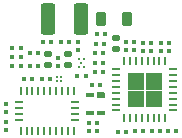
<source format=gbr>
%TF.GenerationSoftware,KiCad,Pcbnew,7.0.6*%
%TF.CreationDate,2023-09-10T10:14:11-04:00*%
%TF.ProjectId,headstage-neuropix1e,68656164-7374-4616-9765-2d6e6575726f,B*%
%TF.SameCoordinates,Original*%
%TF.FileFunction,Paste,Bot*%
%TF.FilePolarity,Positive*%
%FSLAX46Y46*%
G04 Gerber Fmt 4.6, Leading zero omitted, Abs format (unit mm)*
G04 Created by KiCad (PCBNEW 7.0.6) date 2023-09-10 10:14:11*
%MOMM*%
%LPD*%
G01*
G04 APERTURE LIST*
G04 Aperture macros list*
%AMRoundRect*
0 Rectangle with rounded corners*
0 $1 Rounding radius*
0 $2 $3 $4 $5 $6 $7 $8 $9 X,Y pos of 4 corners*
0 Add a 4 corners polygon primitive as box body*
4,1,4,$2,$3,$4,$5,$6,$7,$8,$9,$2,$3,0*
0 Add four circle primitives for the rounded corners*
1,1,$1+$1,$2,$3*
1,1,$1+$1,$4,$5*
1,1,$1+$1,$6,$7*
1,1,$1+$1,$8,$9*
0 Add four rect primitives between the rounded corners*
20,1,$1+$1,$2,$3,$4,$5,0*
20,1,$1+$1,$4,$5,$6,$7,0*
20,1,$1+$1,$6,$7,$8,$9,0*
20,1,$1+$1,$8,$9,$2,$3,0*%
%AMFreePoly0*
4,1,6,0.350000,-0.250000,-0.225000,-0.250000,-0.350000,-0.125000,-0.350000,0.250000,0.350000,0.250000,0.350000,-0.250000,0.350000,-0.250000,$1*%
G04 Aperture macros list end*
%ADD10C,0.100000*%
%ADD11RoundRect,0.218750X0.218750X0.381250X-0.218750X0.381250X-0.218750X-0.381250X0.218750X-0.381250X0*%
%ADD12RoundRect,0.079500X0.079500X0.100500X-0.079500X0.100500X-0.079500X-0.100500X0.079500X-0.100500X0*%
%ADD13RoundRect,0.079500X-0.079500X-0.100500X0.079500X-0.100500X0.079500X0.100500X-0.079500X0.100500X0*%
%ADD14C,0.200000*%
%ADD15C,0.216000*%
%ADD16R,0.254000X0.675000*%
%ADD17R,0.675000X0.254000*%
%ADD18RoundRect,0.079500X0.100500X-0.079500X0.100500X0.079500X-0.100500X0.079500X-0.100500X-0.079500X0*%
%ADD19RoundRect,0.140000X-0.170000X0.140000X-0.170000X-0.140000X0.170000X-0.140000X0.170000X0.140000X0*%
%ADD20RoundRect,0.140000X0.170000X-0.140000X0.170000X0.140000X-0.170000X0.140000X-0.170000X-0.140000X0*%
%ADD21FreePoly0,180.000000*%
%ADD22R,0.700000X0.400000*%
%ADD23RoundRect,0.079500X-0.100500X0.079500X-0.100500X-0.079500X0.100500X-0.079500X0.100500X0.079500X0*%
%ADD24RoundRect,0.036000X-0.264000X0.084000X-0.264000X-0.084000X0.264000X-0.084000X0.264000X0.084000X0*%
%ADD25RoundRect,0.036000X0.084000X0.264000X-0.084000X0.264000X-0.084000X-0.264000X0.084000X-0.264000X0*%
%ADD26RoundRect,0.036000X-0.084000X-0.264000X0.084000X-0.264000X0.084000X0.264000X-0.084000X0.264000X0*%
%ADD27RoundRect,0.250000X-0.375000X-1.075000X0.375000X-1.075000X0.375000X1.075000X-0.375000X1.075000X0*%
G04 APERTURE END LIST*
%TO.C,U5*%
D10*
X147250003Y-94400003D02*
X145950003Y-94400003D01*
X145950003Y-93100003D01*
X147250003Y-93100003D01*
X147250003Y-94400003D01*
G36*
X147250003Y-94400003D02*
G01*
X145950003Y-94400003D01*
X145950003Y-93100003D01*
X147250003Y-93100003D01*
X147250003Y-94400003D01*
G37*
X147250003Y-95900000D02*
X145950003Y-95900000D01*
X145950003Y-94600000D01*
X147250003Y-94600000D01*
X147250003Y-95900000D01*
G36*
X147250003Y-95900000D02*
G01*
X145950003Y-95900000D01*
X145950003Y-94600000D01*
X147250003Y-94600000D01*
X147250003Y-95900000D01*
G37*
X148750000Y-94400003D02*
X147450000Y-94400003D01*
X147450000Y-93100003D01*
X148750000Y-93100003D01*
X148750000Y-94400003D01*
G36*
X148750000Y-94400003D02*
G01*
X147450000Y-94400003D01*
X147450000Y-93100003D01*
X148750000Y-93100003D01*
X148750000Y-94400003D01*
G37*
X148750000Y-95900000D02*
X147450000Y-95900000D01*
X147450000Y-94600000D01*
X148750000Y-94600000D01*
X148750000Y-95900000D01*
G36*
X148750000Y-95900000D02*
G01*
X147450000Y-95900000D01*
X147450000Y-94600000D01*
X148750000Y-94600000D01*
X148750000Y-95900000D01*
G37*
%TD*%
D11*
%TO.C,L2*%
X145812500Y-88500000D03*
X143687500Y-88500000D03*
%TD*%
D12*
%TO.C,C15*%
X145765000Y-98050000D03*
X145075000Y-98050000D03*
%TD*%
D13*
%TO.C,R9*%
X143155000Y-93000000D03*
X143845000Y-93000000D03*
%TD*%
D14*
%TO.C,U1*%
X139935000Y-93415000D03*
X139935000Y-93765000D03*
X140285000Y-93415000D03*
X140285000Y-93765000D03*
%TD*%
D13*
%TO.C,R6*%
X148755000Y-90550000D03*
X149445000Y-90550000D03*
%TD*%
D15*
%TO.C,U8*%
X141800000Y-92546500D03*
X142200000Y-92546500D03*
X142000000Y-92200000D03*
X141800000Y-91853500D03*
X142200000Y-91853500D03*
%TD*%
D13*
%TO.C,C4*%
X137615000Y-91410000D03*
X138305000Y-91410000D03*
%TD*%
D12*
%TO.C,C32*%
X142345000Y-93300000D03*
X141655000Y-93300000D03*
%TD*%
D16*
%TO.C,U9*%
X136850000Y-97962500D03*
D17*
X136712500Y-97050000D03*
X136712500Y-96550000D03*
X136712500Y-96050000D03*
X136712500Y-95550000D03*
D16*
X136850000Y-94637500D03*
X137350000Y-94637500D03*
X137850000Y-94637500D03*
X138350000Y-94637500D03*
X138850000Y-94637500D03*
X139350000Y-94637500D03*
X139850000Y-94637500D03*
X140350000Y-94637500D03*
X140850000Y-94637500D03*
X141350000Y-94637500D03*
D17*
X141487500Y-95550000D03*
X141487500Y-96050000D03*
X141487500Y-96550000D03*
X141487500Y-97050000D03*
D16*
X141350000Y-97962500D03*
X140850000Y-97962500D03*
X140350000Y-97962500D03*
X139850000Y-97962500D03*
X139350000Y-97962500D03*
X138850000Y-97962500D03*
X138350000Y-97962500D03*
X137850000Y-97962500D03*
X137350000Y-97962500D03*
%TD*%
D18*
%TO.C,R16*%
X141700000Y-91145000D03*
X141700000Y-90455000D03*
%TD*%
D13*
%TO.C,R8*%
X143155000Y-91400000D03*
X143845000Y-91400000D03*
%TD*%
D19*
%TO.C,C6*%
X139190000Y-91450000D03*
X139190000Y-92410000D03*
%TD*%
D13*
%TO.C,C35*%
X137155000Y-93600000D03*
X137845000Y-93600000D03*
%TD*%
D20*
%TO.C,C18*%
X144900000Y-91080000D03*
X144900000Y-90120000D03*
%TD*%
D13*
%TO.C,R3*%
X138755000Y-90450000D03*
X139445000Y-90450000D03*
%TD*%
D18*
%TO.C,C17*%
X146450000Y-91145000D03*
X146450000Y-90455000D03*
%TD*%
D21*
%TO.C,U7*%
X143675000Y-94975000D03*
D22*
X143675000Y-96475000D03*
X142725000Y-96475000D03*
X142725000Y-94925000D03*
%TD*%
D12*
%TO.C,L3*%
X143945000Y-90600000D03*
X143255000Y-90600000D03*
%TD*%
D18*
%TO.C,C9*%
X136120000Y-92445000D03*
X136120000Y-91755000D03*
%TD*%
D13*
%TO.C,C13*%
X149335000Y-98000000D03*
X150025000Y-98000000D03*
%TD*%
%TO.C,C5*%
X137655000Y-92490000D03*
X138345000Y-92490000D03*
%TD*%
D23*
%TO.C,R17*%
X143350000Y-97305000D03*
X143350000Y-97995000D03*
%TD*%
D12*
%TO.C,C27*%
X143845000Y-92200000D03*
X143155000Y-92200000D03*
%TD*%
D18*
%TO.C,C2*%
X140030000Y-92455000D03*
X140030000Y-91765000D03*
%TD*%
D23*
%TO.C,C34*%
X135650000Y-97205000D03*
X135650000Y-97895000D03*
%TD*%
D18*
%TO.C,C31*%
X142620000Y-97985000D03*
X142620000Y-97295000D03*
%TD*%
%TO.C,C25*%
X147900000Y-91245000D03*
X147900000Y-90555000D03*
%TD*%
D12*
%TO.C,C12*%
X148625000Y-98000000D03*
X147935000Y-98000000D03*
%TD*%
%TO.C,C1*%
X139325000Y-93590000D03*
X138635000Y-93590000D03*
%TD*%
D13*
%TO.C,C29*%
X140255000Y-90450000D03*
X140945000Y-90450000D03*
%TD*%
%TO.C,R4*%
X143305000Y-89800000D03*
X143995000Y-89800000D03*
%TD*%
%TO.C,C14*%
X146505000Y-98000000D03*
X147195000Y-98000000D03*
%TD*%
D18*
%TO.C,C11*%
X136870000Y-92445000D03*
X136870000Y-91755000D03*
%TD*%
D20*
%TO.C,C3*%
X140870000Y-92390000D03*
X140870000Y-91430000D03*
%TD*%
D23*
%TO.C,C33*%
X135650000Y-95705000D03*
X135650000Y-96395000D03*
%TD*%
D18*
%TO.C,C16*%
X145750000Y-91145000D03*
X145750000Y-90455000D03*
%TD*%
D24*
%TO.C,U5*%
X144950000Y-96250000D03*
X144950000Y-95750000D03*
X144950000Y-95250000D03*
X144950000Y-94750000D03*
X144950000Y-94250000D03*
X144950000Y-93750000D03*
X144950000Y-93250000D03*
X144950000Y-92750000D03*
D25*
X145600000Y-92100000D03*
X146100000Y-92100000D03*
X146600000Y-92100000D03*
X147100000Y-92100000D03*
X147600000Y-92100000D03*
X148100000Y-92100000D03*
D26*
X148600000Y-92100000D03*
D25*
X149100000Y-92100000D03*
D24*
X149750000Y-92750000D03*
X149750000Y-93250000D03*
X149750000Y-93750000D03*
X149750000Y-94250000D03*
X149750000Y-94750000D03*
X149750000Y-95250001D03*
X149750000Y-95750000D03*
X149750000Y-96250000D03*
D25*
X149100000Y-96900000D03*
X148600000Y-96900000D03*
X148100000Y-96900000D03*
X147600000Y-96900000D03*
X147100000Y-96900000D03*
X146600000Y-96900000D03*
X146100000Y-96900000D03*
X145600000Y-96900000D03*
%TD*%
D13*
%TO.C,C8*%
X136155000Y-91000000D03*
X136845000Y-91000000D03*
%TD*%
D27*
%TO.C,L1*%
X139200000Y-88500000D03*
X142000000Y-88500000D03*
%TD*%
D12*
%TO.C,R7*%
X149445000Y-91250000D03*
X148755000Y-91250000D03*
%TD*%
D13*
%TO.C,C30*%
X142855000Y-94100000D03*
X143545000Y-94100000D03*
%TD*%
D18*
%TO.C,C26*%
X147200000Y-91245000D03*
X147200000Y-90555000D03*
%TD*%
M02*

</source>
